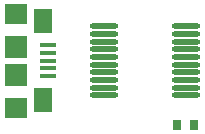
<source format=gtp>
G04*
G04 #@! TF.GenerationSoftware,Altium Limited,Altium Designer,22.4.2 (48)*
G04*
G04 Layer_Color=8421504*
%FSLAX25Y25*%
%MOIN*%
G70*
G04*
G04 #@! TF.SameCoordinates,0592E0CC-BA3F-4339-BE53-95EDDC47ECB4*
G04*
G04*
G04 #@! TF.FilePolarity,Positive*
G04*
G01*
G75*
%ADD13R,0.03150X0.03740*%
%ADD14O,0.09449X0.01772*%
%ADD15R,0.07480X0.07087*%
%ADD16R,0.05315X0.01575*%
%ADD17R,0.06299X0.08268*%
%ADD18R,0.07480X0.07480*%
D13*
X65354Y15945D02*
D03*
X59449D02*
D03*
D14*
X35039Y48917D02*
D03*
Y46358D02*
D03*
Y43799D02*
D03*
Y41240D02*
D03*
Y38681D02*
D03*
Y36122D02*
D03*
Y33563D02*
D03*
Y31004D02*
D03*
Y28445D02*
D03*
Y25886D02*
D03*
X62598Y48917D02*
D03*
Y46358D02*
D03*
Y43799D02*
D03*
Y41240D02*
D03*
Y38681D02*
D03*
Y36122D02*
D03*
Y33563D02*
D03*
Y31004D02*
D03*
Y28445D02*
D03*
Y25886D02*
D03*
D15*
X5906Y21654D02*
D03*
Y53150D02*
D03*
D16*
X16535Y39961D02*
D03*
Y32283D02*
D03*
Y34843D02*
D03*
Y37402D02*
D03*
Y42520D02*
D03*
D17*
X14764Y24213D02*
D03*
Y50591D02*
D03*
D18*
X5906Y42126D02*
D03*
Y32677D02*
D03*
M02*

</source>
